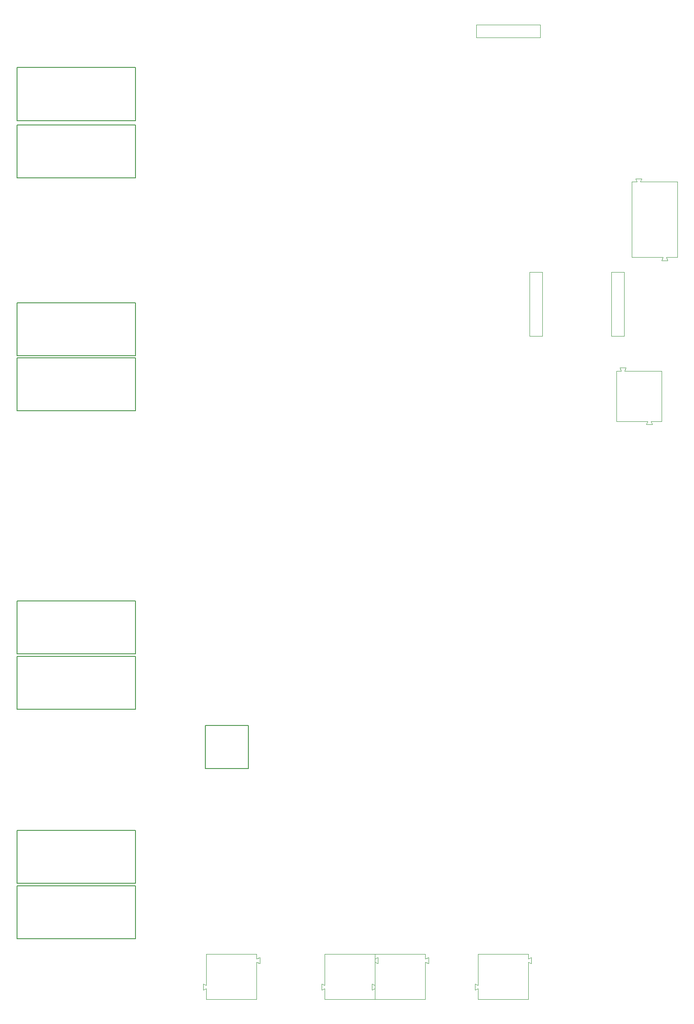
<source format=gbr>
%TF.GenerationSoftware,Altium Limited,Altium Designer,21.6.4 (81)*%
G04 Layer_Color=32768*
%FSLAX43Y43*%
%MOMM*%
%TF.SameCoordinates,A962B9D3-E780-4B03-8A10-E236CC36F35F*%
%TF.FilePolarity,Positive*%
%TF.FileFunction,Other,Top_3D_Body*%
%TF.Part,Single*%
G01*
G75*
%TA.AperFunction,NonConductor*%
%ADD139C,0.200*%
%ADD185C,0.100*%
D139*
X85375Y14525D02*
X108875D01*
X85375D02*
Y25025D01*
X108875D01*
Y14525D02*
Y25025D01*
Y60125D02*
Y70625D01*
X85375D02*
X108875D01*
X85375Y60125D02*
Y70625D01*
Y60125D02*
X108875D01*
Y71125D02*
Y81625D01*
X85375D02*
X108875D01*
X85375Y71125D02*
Y81625D01*
Y71125D02*
X108875D01*
Y25525D02*
Y36025D01*
X85375D02*
X108875D01*
X85375Y25525D02*
Y36025D01*
Y25525D02*
X108875D01*
Y119375D02*
Y129875D01*
X85375D02*
X108875D01*
X85375Y119375D02*
Y129875D01*
Y119375D02*
X108875D01*
Y130275D02*
Y140775D01*
X85375D02*
X108875D01*
X85375Y130275D02*
Y140775D01*
Y130275D02*
X108875D01*
Y165575D02*
Y176075D01*
X85375D02*
X108875D01*
X85375Y165575D02*
Y176075D01*
Y165575D02*
X108875D01*
Y176975D02*
Y187475D01*
X85375D02*
X108875D01*
X85375Y176975D02*
Y187475D01*
Y176975D02*
X108875D01*
X122825Y48350D02*
Y56850D01*
Y48350D02*
X131325D01*
Y56850D01*
X122825D02*
X131325D01*
D185*
X156525Y2500D02*
Y9850D01*
Y10550D02*
Y11500D01*
X146525D02*
X156525D01*
X146525Y2500D02*
X156525D01*
X146525D02*
Y4650D01*
Y5350D02*
Y11500D01*
X145925Y4400D02*
Y5600D01*
Y4400D02*
X146525Y4650D01*
X145925Y5600D02*
X146525Y5350D01*
X156525Y10550D02*
X157125Y10800D01*
Y9600D02*
Y10800D01*
X156525Y9850D02*
X157125Y9600D01*
X133000Y2500D02*
Y9850D01*
Y10550D02*
Y11500D01*
X123000D02*
X133000D01*
X123000Y2500D02*
X133000D01*
X123000D02*
Y4650D01*
Y5350D02*
Y11500D01*
X122400Y4400D02*
Y5600D01*
Y4400D02*
X123000Y4650D01*
X122400Y5600D02*
X123000Y5350D01*
X133000Y10550D02*
X133600Y10800D01*
Y9600D02*
Y10800D01*
X133000Y9850D02*
X133600Y9600D01*
X166525Y2500D02*
Y9850D01*
Y10550D02*
Y11500D01*
X156525D02*
X166525D01*
X156525Y2500D02*
X166525D01*
X156525D02*
Y4650D01*
Y5350D02*
Y11500D01*
X155925Y4400D02*
Y5600D01*
Y4400D02*
X156525Y4650D01*
X155925Y5600D02*
X156525Y5350D01*
X166525Y10550D02*
X167125Y10800D01*
Y9600D02*
Y10800D01*
X166525Y9850D02*
X167125Y9600D01*
X206040Y134175D02*
Y146875D01*
X203500Y134175D02*
Y146875D01*
X206040D01*
X203500Y134175D02*
X206040D01*
X176645Y193472D02*
X189345D01*
X176645Y196012D02*
X189345D01*
Y193472D02*
Y196012D01*
X176645Y193472D02*
Y196012D01*
X187225Y134165D02*
X189765D01*
X187225Y146865D02*
X189765D01*
X187225Y134165D02*
Y146865D01*
X189765Y134165D02*
Y146865D01*
X213475Y149200D02*
X213725Y149800D01*
X214425D02*
X214675Y149200D01*
X213475D02*
X214675D01*
X207575Y149800D02*
X213725D01*
X214425D02*
X216575D01*
Y164800D01*
X207575Y149800D02*
Y164800D01*
X209225D02*
X216575D01*
X207575D02*
X208525D01*
X208275Y165400D02*
X208525Y164800D01*
X208275Y165400D02*
X209475D01*
X209225Y164800D02*
X209475Y165400D01*
X206150Y127275D02*
X213500D01*
X204500D02*
X205450D01*
X204500Y117275D02*
Y127275D01*
X213500Y117275D02*
Y127275D01*
X211350Y117275D02*
X213500D01*
X204500D02*
X210650D01*
X210400Y116675D02*
X211600D01*
X211350Y117275D02*
X211600Y116675D01*
X210400D02*
X210650Y117275D01*
X205200Y127875D02*
X205450Y127275D01*
X205200Y127875D02*
X206400D01*
X206150Y127275D02*
X206400Y127875D01*
X187000Y9850D02*
X187600Y9600D01*
Y10800D01*
X187000Y10550D02*
X187600Y10800D01*
X176400Y5600D02*
X177000Y5350D01*
X176400Y4400D02*
X177000Y4650D01*
X176400Y4400D02*
Y5600D01*
X177000Y5350D02*
Y11500D01*
Y2500D02*
Y4650D01*
Y2500D02*
X187000D01*
X177000Y11500D02*
X187000D01*
Y10550D02*
Y11500D01*
Y2500D02*
Y9850D01*
%TF.MD5,42d92d850ea7273a704439edad2b938b*%
M02*

</source>
